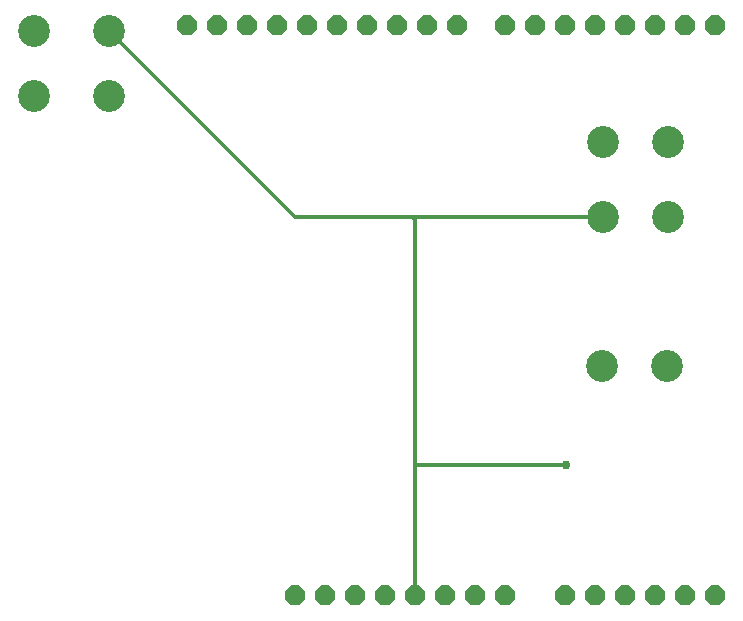
<source format=gbr>
G04 EAGLE Gerber RS-274X export*
G75*
%MOMM*%
%FSLAX34Y34*%
%LPD*%
%INBottom Copper*%
%IPPOS*%
%AMOC8*
5,1,8,0,0,1.08239X$1,22.5*%
G01*
%ADD10P,1.814519X8X22.500000*%
%ADD11C,2.700000*%
%ADD12C,0.330200*%
%ADD13C,0.756400*%


D10*
X955040Y495300D03*
X929640Y12700D03*
X980440Y495300D03*
X1005840Y495300D03*
X1031240Y495300D03*
X1056640Y495300D03*
X929640Y495300D03*
X904240Y495300D03*
X878840Y495300D03*
X838200Y495300D03*
X812800Y495300D03*
X787400Y495300D03*
X762000Y495300D03*
X736600Y495300D03*
X711200Y495300D03*
X685800Y495300D03*
X660400Y495300D03*
X955040Y12700D03*
X980440Y12700D03*
X1005840Y12700D03*
X1031240Y12700D03*
X1056640Y12700D03*
X878840Y12700D03*
X853440Y12700D03*
X828040Y12700D03*
X802640Y12700D03*
X777240Y12700D03*
X751840Y12700D03*
X635000Y495300D03*
X609600Y495300D03*
X726440Y12700D03*
X701040Y12700D03*
D11*
X1016000Y207010D03*
X961000Y207010D03*
X1017270Y332740D03*
X962270Y332740D03*
X543560Y435610D03*
X543560Y490610D03*
X480060Y435610D03*
X480060Y490610D03*
X1017270Y396240D03*
X962270Y396240D03*
D12*
X701430Y332740D02*
X543560Y490610D01*
X800100Y332740D02*
X962270Y332740D01*
X800100Y332740D02*
X701430Y332740D01*
X802640Y123190D02*
X802640Y12700D01*
X802640Y123190D02*
X802640Y330200D01*
X800100Y332740D01*
D13*
X930910Y123190D03*
D12*
X802640Y123190D01*
M02*

</source>
